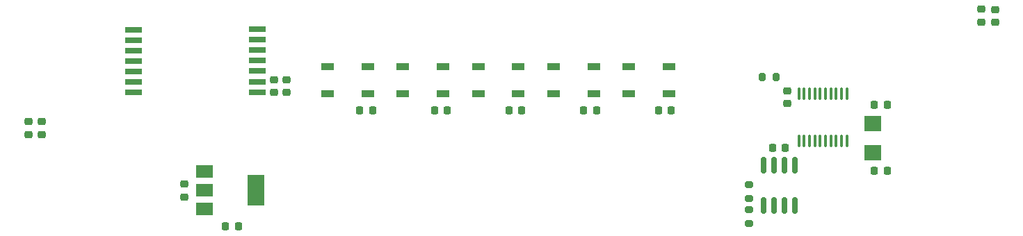
<source format=gtp>
G04 #@! TF.GenerationSoftware,KiCad,Pcbnew,7.0.8*
G04 #@! TF.CreationDate,2024-01-27T08:45:00-08:00*
G04 #@! TF.ProjectId,FacePlate,46616365-506c-4617-9465-2e6b69636164,rev?*
G04 #@! TF.SameCoordinates,Original*
G04 #@! TF.FileFunction,Paste,Top*
G04 #@! TF.FilePolarity,Positive*
%FSLAX46Y46*%
G04 Gerber Fmt 4.6, Leading zero omitted, Abs format (unit mm)*
G04 Created by KiCad (PCBNEW 7.0.8) date 2024-01-27 08:45:00*
%MOMM*%
%LPD*%
G01*
G04 APERTURE LIST*
G04 Aperture macros list*
%AMRoundRect*
0 Rectangle with rounded corners*
0 $1 Rounding radius*
0 $2 $3 $4 $5 $6 $7 $8 $9 X,Y pos of 4 corners*
0 Add a 4 corners polygon primitive as box body*
4,1,4,$2,$3,$4,$5,$6,$7,$8,$9,$2,$3,0*
0 Add four circle primitives for the rounded corners*
1,1,$1+$1,$2,$3*
1,1,$1+$1,$4,$5*
1,1,$1+$1,$6,$7*
1,1,$1+$1,$8,$9*
0 Add four rect primitives between the rounded corners*
20,1,$1+$1,$2,$3,$4,$5,0*
20,1,$1+$1,$4,$5,$6,$7,0*
20,1,$1+$1,$6,$7,$8,$9,0*
20,1,$1+$1,$8,$9,$2,$3,0*%
G04 Aperture macros list end*
%ADD10R,2.006600X1.930400*%
%ADD11RoundRect,0.225000X-0.225000X-0.250000X0.225000X-0.250000X0.225000X0.250000X-0.225000X0.250000X0*%
%ADD12RoundRect,0.225000X0.225000X0.250000X-0.225000X0.250000X-0.225000X-0.250000X0.225000X-0.250000X0*%
%ADD13RoundRect,0.225000X0.250000X-0.225000X0.250000X0.225000X-0.250000X0.225000X-0.250000X-0.225000X0*%
%ADD14R,1.500000X0.900000*%
%ADD15RoundRect,0.200000X0.275000X-0.200000X0.275000X0.200000X-0.275000X0.200000X-0.275000X-0.200000X0*%
%ADD16RoundRect,0.100000X0.100000X-0.637500X0.100000X0.637500X-0.100000X0.637500X-0.100000X-0.637500X0*%
%ADD17R,2.000000X0.800000*%
%ADD18RoundRect,0.225000X-0.250000X0.225000X-0.250000X-0.225000X0.250000X-0.225000X0.250000X0.225000X0*%
%ADD19RoundRect,0.150000X-0.150000X0.825000X-0.150000X-0.825000X0.150000X-0.825000X0.150000X0.825000X0*%
%ADD20RoundRect,0.200000X-0.200000X-0.275000X0.200000X-0.275000X0.200000X0.275000X-0.200000X0.275000X0*%
%ADD21R,2.000000X1.500000*%
%ADD22R,2.000000X3.800000*%
G04 APERTURE END LIST*
D10*
X209600000Y-82609300D03*
X209600000Y-86190700D03*
D11*
X209825000Y-88400000D03*
X211375000Y-88400000D03*
X209825000Y-80400000D03*
X211375000Y-80400000D03*
D12*
X132375000Y-95200000D03*
X130825000Y-95200000D03*
D13*
X125800000Y-91600000D03*
X125800000Y-90050000D03*
D14*
X184800000Y-79000000D03*
X184800000Y-75700000D03*
X179900000Y-75700000D03*
X179900000Y-79000000D03*
D11*
X165331000Y-81045000D03*
X166881000Y-81045000D03*
X156256000Y-81045000D03*
X157806000Y-81045000D03*
D14*
X166475000Y-79000000D03*
X166475000Y-75700000D03*
X161575000Y-75700000D03*
X161575000Y-79000000D03*
D13*
X136700000Y-78875000D03*
X136700000Y-77325000D03*
D11*
X147156000Y-80995000D03*
X148706000Y-80995000D03*
D14*
X157312500Y-79000000D03*
X157312500Y-75700000D03*
X152412500Y-75700000D03*
X152412500Y-79000000D03*
D11*
X174431000Y-81045000D03*
X175981000Y-81045000D03*
D15*
X194564000Y-94805000D03*
X194564000Y-93155000D03*
D14*
X175637500Y-79000000D03*
X175637500Y-75700000D03*
X170737500Y-75700000D03*
X170737500Y-79000000D03*
D16*
X200600000Y-84725000D03*
X201250000Y-84725000D03*
X201900000Y-84725000D03*
X202550000Y-84725000D03*
X203200000Y-84725000D03*
X203850000Y-84725000D03*
X204500000Y-84725000D03*
X205150000Y-84725000D03*
X205800000Y-84725000D03*
X206450000Y-84725000D03*
X206450000Y-79000000D03*
X205800000Y-79000000D03*
X205150000Y-79000000D03*
X204500000Y-79000000D03*
X203850000Y-79000000D03*
X203200000Y-79000000D03*
X202550000Y-79000000D03*
X201900000Y-79000000D03*
X201250000Y-79000000D03*
X200600000Y-79000000D03*
D13*
X108400000Y-83975000D03*
X108400000Y-82425000D03*
X106800000Y-83975000D03*
X106800000Y-82425000D03*
D17*
X119590000Y-78800000D03*
X119590000Y-77530000D03*
X119590000Y-76260000D03*
X119590000Y-74990000D03*
X119590000Y-73720000D03*
X119590000Y-72450000D03*
X119590000Y-71180000D03*
X134690000Y-71120000D03*
X134690000Y-72390000D03*
X134690000Y-73660000D03*
X134690000Y-74930000D03*
X134690000Y-76200000D03*
X134690000Y-77530000D03*
X134690000Y-78800000D03*
D15*
X194564000Y-90107000D03*
X194564000Y-91757000D03*
D18*
X224475000Y-68725000D03*
X224475000Y-70275000D03*
D19*
X200105000Y-92675000D03*
X198835000Y-92675000D03*
X197565000Y-92675000D03*
X196295000Y-92675000D03*
X196295000Y-87725000D03*
X197565000Y-87725000D03*
X198835000Y-87725000D03*
X200105000Y-87725000D03*
D13*
X138250000Y-78875000D03*
X138250000Y-77325000D03*
D11*
X183531000Y-81045000D03*
X185081000Y-81045000D03*
D18*
X222850000Y-68700000D03*
X222850000Y-70250000D03*
D14*
X148150000Y-79000000D03*
X148150000Y-75700000D03*
X143250000Y-75700000D03*
X143250000Y-79000000D03*
D11*
X197425000Y-85600000D03*
X198975000Y-85600000D03*
D18*
X199200000Y-78625000D03*
X199200000Y-80175000D03*
D20*
X196175000Y-77000000D03*
X197825000Y-77000000D03*
D21*
X128250000Y-88500000D03*
X128250000Y-90800000D03*
D22*
X134550000Y-90800000D03*
D21*
X128250000Y-93100000D03*
M02*

</source>
